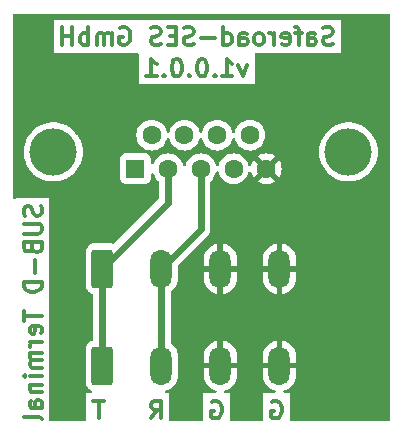
<source format=gbr>
%TF.GenerationSoftware,KiCad,Pcbnew,8.0.0-rc1-51-gba6979a274-dirty*%
%TF.CreationDate,2024-02-05T11:49:36+01:00*%
%TF.ProjectId,sub-d_terminal,7375622d-645f-4746-9572-6d696e616c2e,rev?*%
%TF.SameCoordinates,Original*%
%TF.FileFunction,Copper,L2,Bot*%
%TF.FilePolarity,Positive*%
%FSLAX46Y46*%
G04 Gerber Fmt 4.6, Leading zero omitted, Abs format (unit mm)*
G04 Created by KiCad (PCBNEW 8.0.0-rc1-51-gba6979a274-dirty) date 2024-02-05 11:49:36*
%MOMM*%
%LPD*%
G01*
G04 APERTURE LIST*
G04 Aperture macros list*
%AMRoundRect*
0 Rectangle with rounded corners*
0 $1 Rounding radius*
0 $2 $3 $4 $5 $6 $7 $8 $9 X,Y pos of 4 corners*
0 Add a 4 corners polygon primitive as box body*
4,1,4,$2,$3,$4,$5,$6,$7,$8,$9,$2,$3,0*
0 Add four circle primitives for the rounded corners*
1,1,$1+$1,$2,$3*
1,1,$1+$1,$4,$5*
1,1,$1+$1,$6,$7*
1,1,$1+$1,$8,$9*
0 Add four rect primitives between the rounded corners*
20,1,$1+$1,$2,$3,$4,$5,0*
20,1,$1+$1,$4,$5,$6,$7,0*
20,1,$1+$1,$6,$7,$8,$9,0*
20,1,$1+$1,$8,$9,$2,$3,0*%
G04 Aperture macros list end*
%ADD10C,0.300000*%
%TA.AperFunction,NonConductor*%
%ADD11C,0.300000*%
%TD*%
%TA.AperFunction,ComponentPad*%
%ADD12RoundRect,0.250000X-0.650000X-1.400000X0.650000X-1.400000X0.650000X1.400000X-0.650000X1.400000X0*%
%TD*%
%TA.AperFunction,ComponentPad*%
%ADD13O,1.800000X3.300000*%
%TD*%
%TA.AperFunction,ComponentPad*%
%ADD14C,4.000000*%
%TD*%
%TA.AperFunction,ComponentPad*%
%ADD15R,1.600000X1.600000*%
%TD*%
%TA.AperFunction,ComponentPad*%
%ADD16C,1.600000*%
%TD*%
%TA.AperFunction,Conductor*%
%ADD17C,0.600000*%
%TD*%
G04 APERTURE END LIST*
D10*
D11*
X101259774Y-104980828D02*
X100402632Y-104980828D01*
X100831203Y-106480828D02*
X100831203Y-104980828D01*
D10*
D11*
X110419774Y-105052257D02*
X110562632Y-104980828D01*
X110562632Y-104980828D02*
X110776917Y-104980828D01*
X110776917Y-104980828D02*
X110991203Y-105052257D01*
X110991203Y-105052257D02*
X111134060Y-105195114D01*
X111134060Y-105195114D02*
X111205489Y-105337971D01*
X111205489Y-105337971D02*
X111276917Y-105623685D01*
X111276917Y-105623685D02*
X111276917Y-105837971D01*
X111276917Y-105837971D02*
X111205489Y-106123685D01*
X111205489Y-106123685D02*
X111134060Y-106266542D01*
X111134060Y-106266542D02*
X110991203Y-106409400D01*
X110991203Y-106409400D02*
X110776917Y-106480828D01*
X110776917Y-106480828D02*
X110634060Y-106480828D01*
X110634060Y-106480828D02*
X110419774Y-106409400D01*
X110419774Y-106409400D02*
X110348346Y-106337971D01*
X110348346Y-106337971D02*
X110348346Y-105837971D01*
X110348346Y-105837971D02*
X110634060Y-105837971D01*
D10*
D11*
X115499774Y-105052257D02*
X115642632Y-104980828D01*
X115642632Y-104980828D02*
X115856917Y-104980828D01*
X115856917Y-104980828D02*
X116071203Y-105052257D01*
X116071203Y-105052257D02*
X116214060Y-105195114D01*
X116214060Y-105195114D02*
X116285489Y-105337971D01*
X116285489Y-105337971D02*
X116356917Y-105623685D01*
X116356917Y-105623685D02*
X116356917Y-105837971D01*
X116356917Y-105837971D02*
X116285489Y-106123685D01*
X116285489Y-106123685D02*
X116214060Y-106266542D01*
X116214060Y-106266542D02*
X116071203Y-106409400D01*
X116071203Y-106409400D02*
X115856917Y-106480828D01*
X115856917Y-106480828D02*
X115714060Y-106480828D01*
X115714060Y-106480828D02*
X115499774Y-106409400D01*
X115499774Y-106409400D02*
X115428346Y-106337971D01*
X115428346Y-106337971D02*
X115428346Y-105837971D01*
X115428346Y-105837971D02*
X115714060Y-105837971D01*
D10*
D11*
X95929400Y-88483082D02*
X96000828Y-88697368D01*
X96000828Y-88697368D02*
X96000828Y-89054510D01*
X96000828Y-89054510D02*
X95929400Y-89197368D01*
X95929400Y-89197368D02*
X95857971Y-89268796D01*
X95857971Y-89268796D02*
X95715114Y-89340225D01*
X95715114Y-89340225D02*
X95572257Y-89340225D01*
X95572257Y-89340225D02*
X95429400Y-89268796D01*
X95429400Y-89268796D02*
X95357971Y-89197368D01*
X95357971Y-89197368D02*
X95286542Y-89054510D01*
X95286542Y-89054510D02*
X95215114Y-88768796D01*
X95215114Y-88768796D02*
X95143685Y-88625939D01*
X95143685Y-88625939D02*
X95072257Y-88554510D01*
X95072257Y-88554510D02*
X94929400Y-88483082D01*
X94929400Y-88483082D02*
X94786542Y-88483082D01*
X94786542Y-88483082D02*
X94643685Y-88554510D01*
X94643685Y-88554510D02*
X94572257Y-88625939D01*
X94572257Y-88625939D02*
X94500828Y-88768796D01*
X94500828Y-88768796D02*
X94500828Y-89125939D01*
X94500828Y-89125939D02*
X94572257Y-89340225D01*
X94500828Y-89983081D02*
X95715114Y-89983081D01*
X95715114Y-89983081D02*
X95857971Y-90054510D01*
X95857971Y-90054510D02*
X95929400Y-90125939D01*
X95929400Y-90125939D02*
X96000828Y-90268796D01*
X96000828Y-90268796D02*
X96000828Y-90554510D01*
X96000828Y-90554510D02*
X95929400Y-90697367D01*
X95929400Y-90697367D02*
X95857971Y-90768796D01*
X95857971Y-90768796D02*
X95715114Y-90840224D01*
X95715114Y-90840224D02*
X94500828Y-90840224D01*
X95215114Y-92054510D02*
X95286542Y-92268796D01*
X95286542Y-92268796D02*
X95357971Y-92340225D01*
X95357971Y-92340225D02*
X95500828Y-92411653D01*
X95500828Y-92411653D02*
X95715114Y-92411653D01*
X95715114Y-92411653D02*
X95857971Y-92340225D01*
X95857971Y-92340225D02*
X95929400Y-92268796D01*
X95929400Y-92268796D02*
X96000828Y-92125939D01*
X96000828Y-92125939D02*
X96000828Y-91554510D01*
X96000828Y-91554510D02*
X94500828Y-91554510D01*
X94500828Y-91554510D02*
X94500828Y-92054510D01*
X94500828Y-92054510D02*
X94572257Y-92197368D01*
X94572257Y-92197368D02*
X94643685Y-92268796D01*
X94643685Y-92268796D02*
X94786542Y-92340225D01*
X94786542Y-92340225D02*
X94929400Y-92340225D01*
X94929400Y-92340225D02*
X95072257Y-92268796D01*
X95072257Y-92268796D02*
X95143685Y-92197368D01*
X95143685Y-92197368D02*
X95215114Y-92054510D01*
X95215114Y-92054510D02*
X95215114Y-91554510D01*
X95429400Y-93054510D02*
X95429400Y-94197368D01*
X96000828Y-94911653D02*
X94500828Y-94911653D01*
X94500828Y-94911653D02*
X94500828Y-95268796D01*
X94500828Y-95268796D02*
X94572257Y-95483082D01*
X94572257Y-95483082D02*
X94715114Y-95625939D01*
X94715114Y-95625939D02*
X94857971Y-95697368D01*
X94857971Y-95697368D02*
X95143685Y-95768796D01*
X95143685Y-95768796D02*
X95357971Y-95768796D01*
X95357971Y-95768796D02*
X95643685Y-95697368D01*
X95643685Y-95697368D02*
X95786542Y-95625939D01*
X95786542Y-95625939D02*
X95929400Y-95483082D01*
X95929400Y-95483082D02*
X96000828Y-95268796D01*
X96000828Y-95268796D02*
X96000828Y-94911653D01*
X94500828Y-97340225D02*
X94500828Y-98197368D01*
X96000828Y-97768796D02*
X94500828Y-97768796D01*
X95929400Y-99268796D02*
X96000828Y-99125939D01*
X96000828Y-99125939D02*
X96000828Y-98840225D01*
X96000828Y-98840225D02*
X95929400Y-98697367D01*
X95929400Y-98697367D02*
X95786542Y-98625939D01*
X95786542Y-98625939D02*
X95215114Y-98625939D01*
X95215114Y-98625939D02*
X95072257Y-98697367D01*
X95072257Y-98697367D02*
X95000828Y-98840225D01*
X95000828Y-98840225D02*
X95000828Y-99125939D01*
X95000828Y-99125939D02*
X95072257Y-99268796D01*
X95072257Y-99268796D02*
X95215114Y-99340225D01*
X95215114Y-99340225D02*
X95357971Y-99340225D01*
X95357971Y-99340225D02*
X95500828Y-98625939D01*
X96000828Y-99983081D02*
X95000828Y-99983081D01*
X95286542Y-99983081D02*
X95143685Y-100054510D01*
X95143685Y-100054510D02*
X95072257Y-100125939D01*
X95072257Y-100125939D02*
X95000828Y-100268796D01*
X95000828Y-100268796D02*
X95000828Y-100411653D01*
X96000828Y-100911652D02*
X95000828Y-100911652D01*
X95143685Y-100911652D02*
X95072257Y-100983081D01*
X95072257Y-100983081D02*
X95000828Y-101125938D01*
X95000828Y-101125938D02*
X95000828Y-101340224D01*
X95000828Y-101340224D02*
X95072257Y-101483081D01*
X95072257Y-101483081D02*
X95215114Y-101554510D01*
X95215114Y-101554510D02*
X96000828Y-101554510D01*
X95215114Y-101554510D02*
X95072257Y-101625938D01*
X95072257Y-101625938D02*
X95000828Y-101768795D01*
X95000828Y-101768795D02*
X95000828Y-101983081D01*
X95000828Y-101983081D02*
X95072257Y-102125938D01*
X95072257Y-102125938D02*
X95215114Y-102197367D01*
X95215114Y-102197367D02*
X96000828Y-102197367D01*
X96000828Y-102911652D02*
X95000828Y-102911652D01*
X94500828Y-102911652D02*
X94572257Y-102840224D01*
X94572257Y-102840224D02*
X94643685Y-102911652D01*
X94643685Y-102911652D02*
X94572257Y-102983081D01*
X94572257Y-102983081D02*
X94500828Y-102911652D01*
X94500828Y-102911652D02*
X94643685Y-102911652D01*
X95000828Y-103625938D02*
X96000828Y-103625938D01*
X95143685Y-103625938D02*
X95072257Y-103697367D01*
X95072257Y-103697367D02*
X95000828Y-103840224D01*
X95000828Y-103840224D02*
X95000828Y-104054510D01*
X95000828Y-104054510D02*
X95072257Y-104197367D01*
X95072257Y-104197367D02*
X95215114Y-104268796D01*
X95215114Y-104268796D02*
X96000828Y-104268796D01*
X96000828Y-105625939D02*
X95215114Y-105625939D01*
X95215114Y-105625939D02*
X95072257Y-105554510D01*
X95072257Y-105554510D02*
X95000828Y-105411653D01*
X95000828Y-105411653D02*
X95000828Y-105125939D01*
X95000828Y-105125939D02*
X95072257Y-104983081D01*
X95929400Y-105625939D02*
X96000828Y-105483081D01*
X96000828Y-105483081D02*
X96000828Y-105125939D01*
X96000828Y-105125939D02*
X95929400Y-104983081D01*
X95929400Y-104983081D02*
X95786542Y-104911653D01*
X95786542Y-104911653D02*
X95643685Y-104911653D01*
X95643685Y-104911653D02*
X95500828Y-104983081D01*
X95500828Y-104983081D02*
X95429400Y-105125939D01*
X95429400Y-105125939D02*
X95429400Y-105483081D01*
X95429400Y-105483081D02*
X95357971Y-105625939D01*
X96000828Y-106554510D02*
X95929400Y-106411653D01*
X95929400Y-106411653D02*
X95786542Y-106340224D01*
X95786542Y-106340224D02*
X94500828Y-106340224D01*
D10*
D11*
X105268346Y-106480828D02*
X105768346Y-105766542D01*
X106125489Y-106480828D02*
X106125489Y-104980828D01*
X106125489Y-104980828D02*
X105554060Y-104980828D01*
X105554060Y-104980828D02*
X105411203Y-105052257D01*
X105411203Y-105052257D02*
X105339774Y-105123685D01*
X105339774Y-105123685D02*
X105268346Y-105266542D01*
X105268346Y-105266542D02*
X105268346Y-105480828D01*
X105268346Y-105480828D02*
X105339774Y-105623685D01*
X105339774Y-105623685D02*
X105411203Y-105695114D01*
X105411203Y-105695114D02*
X105554060Y-105766542D01*
X105554060Y-105766542D02*
X106125489Y-105766542D01*
D10*
D11*
X113380346Y-76524828D02*
X113023203Y-77524828D01*
X113023203Y-77524828D02*
X112666060Y-76524828D01*
X111308917Y-77524828D02*
X112166060Y-77524828D01*
X111737489Y-77524828D02*
X111737489Y-76024828D01*
X111737489Y-76024828D02*
X111880346Y-76239114D01*
X111880346Y-76239114D02*
X112023203Y-76381971D01*
X112023203Y-76381971D02*
X112166060Y-76453400D01*
X110666061Y-77381971D02*
X110594632Y-77453400D01*
X110594632Y-77453400D02*
X110666061Y-77524828D01*
X110666061Y-77524828D02*
X110737489Y-77453400D01*
X110737489Y-77453400D02*
X110666061Y-77381971D01*
X110666061Y-77381971D02*
X110666061Y-77524828D01*
X109666060Y-76024828D02*
X109523203Y-76024828D01*
X109523203Y-76024828D02*
X109380346Y-76096257D01*
X109380346Y-76096257D02*
X109308918Y-76167685D01*
X109308918Y-76167685D02*
X109237489Y-76310542D01*
X109237489Y-76310542D02*
X109166060Y-76596257D01*
X109166060Y-76596257D02*
X109166060Y-76953400D01*
X109166060Y-76953400D02*
X109237489Y-77239114D01*
X109237489Y-77239114D02*
X109308918Y-77381971D01*
X109308918Y-77381971D02*
X109380346Y-77453400D01*
X109380346Y-77453400D02*
X109523203Y-77524828D01*
X109523203Y-77524828D02*
X109666060Y-77524828D01*
X109666060Y-77524828D02*
X109808918Y-77453400D01*
X109808918Y-77453400D02*
X109880346Y-77381971D01*
X109880346Y-77381971D02*
X109951775Y-77239114D01*
X109951775Y-77239114D02*
X110023203Y-76953400D01*
X110023203Y-76953400D02*
X110023203Y-76596257D01*
X110023203Y-76596257D02*
X109951775Y-76310542D01*
X109951775Y-76310542D02*
X109880346Y-76167685D01*
X109880346Y-76167685D02*
X109808918Y-76096257D01*
X109808918Y-76096257D02*
X109666060Y-76024828D01*
X108523204Y-77381971D02*
X108451775Y-77453400D01*
X108451775Y-77453400D02*
X108523204Y-77524828D01*
X108523204Y-77524828D02*
X108594632Y-77453400D01*
X108594632Y-77453400D02*
X108523204Y-77381971D01*
X108523204Y-77381971D02*
X108523204Y-77524828D01*
X107523203Y-76024828D02*
X107380346Y-76024828D01*
X107380346Y-76024828D02*
X107237489Y-76096257D01*
X107237489Y-76096257D02*
X107166061Y-76167685D01*
X107166061Y-76167685D02*
X107094632Y-76310542D01*
X107094632Y-76310542D02*
X107023203Y-76596257D01*
X107023203Y-76596257D02*
X107023203Y-76953400D01*
X107023203Y-76953400D02*
X107094632Y-77239114D01*
X107094632Y-77239114D02*
X107166061Y-77381971D01*
X107166061Y-77381971D02*
X107237489Y-77453400D01*
X107237489Y-77453400D02*
X107380346Y-77524828D01*
X107380346Y-77524828D02*
X107523203Y-77524828D01*
X107523203Y-77524828D02*
X107666061Y-77453400D01*
X107666061Y-77453400D02*
X107737489Y-77381971D01*
X107737489Y-77381971D02*
X107808918Y-77239114D01*
X107808918Y-77239114D02*
X107880346Y-76953400D01*
X107880346Y-76953400D02*
X107880346Y-76596257D01*
X107880346Y-76596257D02*
X107808918Y-76310542D01*
X107808918Y-76310542D02*
X107737489Y-76167685D01*
X107737489Y-76167685D02*
X107666061Y-76096257D01*
X107666061Y-76096257D02*
X107523203Y-76024828D01*
X106380347Y-77381971D02*
X106308918Y-77453400D01*
X106308918Y-77453400D02*
X106380347Y-77524828D01*
X106380347Y-77524828D02*
X106451775Y-77453400D01*
X106451775Y-77453400D02*
X106380347Y-77381971D01*
X106380347Y-77381971D02*
X106380347Y-77524828D01*
X104880346Y-77524828D02*
X105737489Y-77524828D01*
X105308918Y-77524828D02*
X105308918Y-76024828D01*
X105308918Y-76024828D02*
X105451775Y-76239114D01*
X105451775Y-76239114D02*
X105594632Y-76381971D01*
X105594632Y-76381971D02*
X105737489Y-76453400D01*
D10*
D11*
X120674917Y-74786400D02*
X120460632Y-74857828D01*
X120460632Y-74857828D02*
X120103489Y-74857828D01*
X120103489Y-74857828D02*
X119960632Y-74786400D01*
X119960632Y-74786400D02*
X119889203Y-74714971D01*
X119889203Y-74714971D02*
X119817774Y-74572114D01*
X119817774Y-74572114D02*
X119817774Y-74429257D01*
X119817774Y-74429257D02*
X119889203Y-74286400D01*
X119889203Y-74286400D02*
X119960632Y-74214971D01*
X119960632Y-74214971D02*
X120103489Y-74143542D01*
X120103489Y-74143542D02*
X120389203Y-74072114D01*
X120389203Y-74072114D02*
X120532060Y-74000685D01*
X120532060Y-74000685D02*
X120603489Y-73929257D01*
X120603489Y-73929257D02*
X120674917Y-73786400D01*
X120674917Y-73786400D02*
X120674917Y-73643542D01*
X120674917Y-73643542D02*
X120603489Y-73500685D01*
X120603489Y-73500685D02*
X120532060Y-73429257D01*
X120532060Y-73429257D02*
X120389203Y-73357828D01*
X120389203Y-73357828D02*
X120032060Y-73357828D01*
X120032060Y-73357828D02*
X119817774Y-73429257D01*
X118532061Y-74857828D02*
X118532061Y-74072114D01*
X118532061Y-74072114D02*
X118603489Y-73929257D01*
X118603489Y-73929257D02*
X118746346Y-73857828D01*
X118746346Y-73857828D02*
X119032061Y-73857828D01*
X119032061Y-73857828D02*
X119174918Y-73929257D01*
X118532061Y-74786400D02*
X118674918Y-74857828D01*
X118674918Y-74857828D02*
X119032061Y-74857828D01*
X119032061Y-74857828D02*
X119174918Y-74786400D01*
X119174918Y-74786400D02*
X119246346Y-74643542D01*
X119246346Y-74643542D02*
X119246346Y-74500685D01*
X119246346Y-74500685D02*
X119174918Y-74357828D01*
X119174918Y-74357828D02*
X119032061Y-74286400D01*
X119032061Y-74286400D02*
X118674918Y-74286400D01*
X118674918Y-74286400D02*
X118532061Y-74214971D01*
X118032060Y-73857828D02*
X117460632Y-73857828D01*
X117817775Y-74857828D02*
X117817775Y-73572114D01*
X117817775Y-73572114D02*
X117746346Y-73429257D01*
X117746346Y-73429257D02*
X117603489Y-73357828D01*
X117603489Y-73357828D02*
X117460632Y-73357828D01*
X116389203Y-74786400D02*
X116532060Y-74857828D01*
X116532060Y-74857828D02*
X116817775Y-74857828D01*
X116817775Y-74857828D02*
X116960632Y-74786400D01*
X116960632Y-74786400D02*
X117032060Y-74643542D01*
X117032060Y-74643542D02*
X117032060Y-74072114D01*
X117032060Y-74072114D02*
X116960632Y-73929257D01*
X116960632Y-73929257D02*
X116817775Y-73857828D01*
X116817775Y-73857828D02*
X116532060Y-73857828D01*
X116532060Y-73857828D02*
X116389203Y-73929257D01*
X116389203Y-73929257D02*
X116317775Y-74072114D01*
X116317775Y-74072114D02*
X116317775Y-74214971D01*
X116317775Y-74214971D02*
X117032060Y-74357828D01*
X115674918Y-74857828D02*
X115674918Y-73857828D01*
X115674918Y-74143542D02*
X115603489Y-74000685D01*
X115603489Y-74000685D02*
X115532061Y-73929257D01*
X115532061Y-73929257D02*
X115389203Y-73857828D01*
X115389203Y-73857828D02*
X115246346Y-73857828D01*
X114532061Y-74857828D02*
X114674918Y-74786400D01*
X114674918Y-74786400D02*
X114746347Y-74714971D01*
X114746347Y-74714971D02*
X114817775Y-74572114D01*
X114817775Y-74572114D02*
X114817775Y-74143542D01*
X114817775Y-74143542D02*
X114746347Y-74000685D01*
X114746347Y-74000685D02*
X114674918Y-73929257D01*
X114674918Y-73929257D02*
X114532061Y-73857828D01*
X114532061Y-73857828D02*
X114317775Y-73857828D01*
X114317775Y-73857828D02*
X114174918Y-73929257D01*
X114174918Y-73929257D02*
X114103490Y-74000685D01*
X114103490Y-74000685D02*
X114032061Y-74143542D01*
X114032061Y-74143542D02*
X114032061Y-74572114D01*
X114032061Y-74572114D02*
X114103490Y-74714971D01*
X114103490Y-74714971D02*
X114174918Y-74786400D01*
X114174918Y-74786400D02*
X114317775Y-74857828D01*
X114317775Y-74857828D02*
X114532061Y-74857828D01*
X112746347Y-74857828D02*
X112746347Y-74072114D01*
X112746347Y-74072114D02*
X112817775Y-73929257D01*
X112817775Y-73929257D02*
X112960632Y-73857828D01*
X112960632Y-73857828D02*
X113246347Y-73857828D01*
X113246347Y-73857828D02*
X113389204Y-73929257D01*
X112746347Y-74786400D02*
X112889204Y-74857828D01*
X112889204Y-74857828D02*
X113246347Y-74857828D01*
X113246347Y-74857828D02*
X113389204Y-74786400D01*
X113389204Y-74786400D02*
X113460632Y-74643542D01*
X113460632Y-74643542D02*
X113460632Y-74500685D01*
X113460632Y-74500685D02*
X113389204Y-74357828D01*
X113389204Y-74357828D02*
X113246347Y-74286400D01*
X113246347Y-74286400D02*
X112889204Y-74286400D01*
X112889204Y-74286400D02*
X112746347Y-74214971D01*
X111389204Y-74857828D02*
X111389204Y-73357828D01*
X111389204Y-74786400D02*
X111532061Y-74857828D01*
X111532061Y-74857828D02*
X111817775Y-74857828D01*
X111817775Y-74857828D02*
X111960632Y-74786400D01*
X111960632Y-74786400D02*
X112032061Y-74714971D01*
X112032061Y-74714971D02*
X112103489Y-74572114D01*
X112103489Y-74572114D02*
X112103489Y-74143542D01*
X112103489Y-74143542D02*
X112032061Y-74000685D01*
X112032061Y-74000685D02*
X111960632Y-73929257D01*
X111960632Y-73929257D02*
X111817775Y-73857828D01*
X111817775Y-73857828D02*
X111532061Y-73857828D01*
X111532061Y-73857828D02*
X111389204Y-73929257D01*
X110674918Y-74286400D02*
X109532061Y-74286400D01*
X108889203Y-74786400D02*
X108674918Y-74857828D01*
X108674918Y-74857828D02*
X108317775Y-74857828D01*
X108317775Y-74857828D02*
X108174918Y-74786400D01*
X108174918Y-74786400D02*
X108103489Y-74714971D01*
X108103489Y-74714971D02*
X108032060Y-74572114D01*
X108032060Y-74572114D02*
X108032060Y-74429257D01*
X108032060Y-74429257D02*
X108103489Y-74286400D01*
X108103489Y-74286400D02*
X108174918Y-74214971D01*
X108174918Y-74214971D02*
X108317775Y-74143542D01*
X108317775Y-74143542D02*
X108603489Y-74072114D01*
X108603489Y-74072114D02*
X108746346Y-74000685D01*
X108746346Y-74000685D02*
X108817775Y-73929257D01*
X108817775Y-73929257D02*
X108889203Y-73786400D01*
X108889203Y-73786400D02*
X108889203Y-73643542D01*
X108889203Y-73643542D02*
X108817775Y-73500685D01*
X108817775Y-73500685D02*
X108746346Y-73429257D01*
X108746346Y-73429257D02*
X108603489Y-73357828D01*
X108603489Y-73357828D02*
X108246346Y-73357828D01*
X108246346Y-73357828D02*
X108032060Y-73429257D01*
X107389204Y-74072114D02*
X106889204Y-74072114D01*
X106674918Y-74857828D02*
X107389204Y-74857828D01*
X107389204Y-74857828D02*
X107389204Y-73357828D01*
X107389204Y-73357828D02*
X106674918Y-73357828D01*
X106103489Y-74786400D02*
X105889204Y-74857828D01*
X105889204Y-74857828D02*
X105532061Y-74857828D01*
X105532061Y-74857828D02*
X105389204Y-74786400D01*
X105389204Y-74786400D02*
X105317775Y-74714971D01*
X105317775Y-74714971D02*
X105246346Y-74572114D01*
X105246346Y-74572114D02*
X105246346Y-74429257D01*
X105246346Y-74429257D02*
X105317775Y-74286400D01*
X105317775Y-74286400D02*
X105389204Y-74214971D01*
X105389204Y-74214971D02*
X105532061Y-74143542D01*
X105532061Y-74143542D02*
X105817775Y-74072114D01*
X105817775Y-74072114D02*
X105960632Y-74000685D01*
X105960632Y-74000685D02*
X106032061Y-73929257D01*
X106032061Y-73929257D02*
X106103489Y-73786400D01*
X106103489Y-73786400D02*
X106103489Y-73643542D01*
X106103489Y-73643542D02*
X106032061Y-73500685D01*
X106032061Y-73500685D02*
X105960632Y-73429257D01*
X105960632Y-73429257D02*
X105817775Y-73357828D01*
X105817775Y-73357828D02*
X105460632Y-73357828D01*
X105460632Y-73357828D02*
X105246346Y-73429257D01*
X102674918Y-73429257D02*
X102817776Y-73357828D01*
X102817776Y-73357828D02*
X103032061Y-73357828D01*
X103032061Y-73357828D02*
X103246347Y-73429257D01*
X103246347Y-73429257D02*
X103389204Y-73572114D01*
X103389204Y-73572114D02*
X103460633Y-73714971D01*
X103460633Y-73714971D02*
X103532061Y-74000685D01*
X103532061Y-74000685D02*
X103532061Y-74214971D01*
X103532061Y-74214971D02*
X103460633Y-74500685D01*
X103460633Y-74500685D02*
X103389204Y-74643542D01*
X103389204Y-74643542D02*
X103246347Y-74786400D01*
X103246347Y-74786400D02*
X103032061Y-74857828D01*
X103032061Y-74857828D02*
X102889204Y-74857828D01*
X102889204Y-74857828D02*
X102674918Y-74786400D01*
X102674918Y-74786400D02*
X102603490Y-74714971D01*
X102603490Y-74714971D02*
X102603490Y-74214971D01*
X102603490Y-74214971D02*
X102889204Y-74214971D01*
X101960633Y-74857828D02*
X101960633Y-73857828D01*
X101960633Y-74000685D02*
X101889204Y-73929257D01*
X101889204Y-73929257D02*
X101746347Y-73857828D01*
X101746347Y-73857828D02*
X101532061Y-73857828D01*
X101532061Y-73857828D02*
X101389204Y-73929257D01*
X101389204Y-73929257D02*
X101317776Y-74072114D01*
X101317776Y-74072114D02*
X101317776Y-74857828D01*
X101317776Y-74072114D02*
X101246347Y-73929257D01*
X101246347Y-73929257D02*
X101103490Y-73857828D01*
X101103490Y-73857828D02*
X100889204Y-73857828D01*
X100889204Y-73857828D02*
X100746347Y-73929257D01*
X100746347Y-73929257D02*
X100674918Y-74072114D01*
X100674918Y-74072114D02*
X100674918Y-74857828D01*
X99960633Y-74857828D02*
X99960633Y-73357828D01*
X99960633Y-73929257D02*
X99817776Y-73857828D01*
X99817776Y-73857828D02*
X99532061Y-73857828D01*
X99532061Y-73857828D02*
X99389204Y-73929257D01*
X99389204Y-73929257D02*
X99317776Y-74000685D01*
X99317776Y-74000685D02*
X99246347Y-74143542D01*
X99246347Y-74143542D02*
X99246347Y-74572114D01*
X99246347Y-74572114D02*
X99317776Y-74714971D01*
X99317776Y-74714971D02*
X99389204Y-74786400D01*
X99389204Y-74786400D02*
X99532061Y-74857828D01*
X99532061Y-74857828D02*
X99817776Y-74857828D01*
X99817776Y-74857828D02*
X99960633Y-74786400D01*
X98603490Y-74857828D02*
X98603490Y-73357828D01*
X98603490Y-74072114D02*
X97746347Y-74072114D01*
X97746347Y-74857828D02*
X97746347Y-73357828D01*
D12*
%TO.P,J2,1,Pin_1*%
%TO.N,Net-(J1-Pin_2)*%
X101150000Y-93795331D03*
X101150000Y-101995331D03*
D13*
%TO.P,J2,2,Pin_2*%
%TO.N,Net-(J1-Pin_3)*%
X106150000Y-93795331D03*
X106150000Y-101995331D03*
%TO.P,J2,3,Pin_3*%
%TO.N,GND*%
X111150000Y-93795331D03*
X111150000Y-101995331D03*
%TO.P,J2,4,Pin_4*%
X116150000Y-93795331D03*
X116150000Y-101995331D03*
%TD*%
D14*
%TO.P,J1,0*%
%TO.N,N/C*%
X121990000Y-83910331D03*
X96990000Y-83910331D03*
D15*
%TO.P,J1,1,Pin_1*%
%TO.N,unconnected-(J1-Pin_1-Pad1)*%
X103950000Y-85330331D03*
D16*
%TO.P,J1,2,Pin_2*%
%TO.N,Net-(J1-Pin_2)*%
X106720000Y-85330331D03*
%TO.P,J1,3,Pin_3*%
%TO.N,Net-(J1-Pin_3)*%
X109490000Y-85330331D03*
%TO.P,J1,4,Pin_4*%
%TO.N,unconnected-(J1-Pin_4-Pad4)*%
X112260000Y-85330331D03*
%TO.P,J1,5,Pin_5*%
%TO.N,GND*%
X115030000Y-85330331D03*
%TO.P,J1,6,Pin_6*%
%TO.N,unconnected-(J1-Pin_6-Pad6)*%
X105335000Y-82490331D03*
%TO.P,J1,7,Pin_7*%
%TO.N,unconnected-(J1-Pin_7-Pad7)*%
X108105000Y-82490331D03*
%TO.P,J1,8,Pin_8*%
%TO.N,unconnected-(J1-Pin_8-Pad8)*%
X110875000Y-82490331D03*
%TO.P,J1,9,Pin_9*%
%TO.N,unconnected-(J1-Pin_9-Pad9)*%
X113645000Y-82490331D03*
%TD*%
D17*
%TO.N,Net-(J1-Pin_2)*%
X101150000Y-101995331D02*
X101150000Y-93795331D01*
X106720000Y-85330331D02*
X106720000Y-88225331D01*
X106720000Y-88225331D02*
X101150000Y-93795331D01*
%TO.N,Net-(J1-Pin_3)*%
X109490000Y-90455331D02*
X106150000Y-93795331D01*
X106150000Y-101995331D02*
X106150000Y-93795331D01*
X109490000Y-85330331D02*
X109490000Y-90455331D01*
%TD*%
%TA.AperFunction,Conductor*%
%TO.N,GND*%
G36*
X125443039Y-72219685D02*
G01*
X125488794Y-72272489D01*
X125500000Y-72324000D01*
X125500000Y-106576000D01*
X125480315Y-106643039D01*
X125427511Y-106688794D01*
X125376000Y-106700000D01*
X117139121Y-106700000D01*
X117072082Y-106680315D01*
X117026327Y-106627511D01*
X117015121Y-106576000D01*
X117015121Y-104323603D01*
X116605979Y-104323603D01*
X116538940Y-104303918D01*
X116493185Y-104251114D01*
X116483241Y-104181956D01*
X116512266Y-104118400D01*
X116567661Y-104081672D01*
X116687410Y-104042763D01*
X116883760Y-103942717D01*
X117062041Y-103813188D01*
X117217857Y-103657372D01*
X117347386Y-103479091D01*
X117447432Y-103282741D01*
X117515526Y-103073166D01*
X117550000Y-102855512D01*
X117550000Y-102245331D01*
X116640748Y-102245331D01*
X116662518Y-102207623D01*
X116700000Y-102067740D01*
X116700000Y-101922922D01*
X116662518Y-101783039D01*
X116640748Y-101745331D01*
X117550000Y-101745331D01*
X117550000Y-101135149D01*
X117515526Y-100917495D01*
X117447432Y-100707920D01*
X117347386Y-100511570D01*
X117217857Y-100333289D01*
X117062041Y-100177473D01*
X116883760Y-100047944D01*
X116687410Y-99947898D01*
X116477836Y-99879804D01*
X116400000Y-99867475D01*
X116400000Y-101504583D01*
X116362292Y-101482813D01*
X116222409Y-101445331D01*
X116077591Y-101445331D01*
X115937708Y-101482813D01*
X115900000Y-101504583D01*
X115900000Y-99867475D01*
X115822164Y-99879804D01*
X115822161Y-99879804D01*
X115612589Y-99947898D01*
X115416239Y-100047944D01*
X115237958Y-100177473D01*
X115082142Y-100333289D01*
X114952613Y-100511570D01*
X114852567Y-100707920D01*
X114784473Y-100917495D01*
X114750000Y-101135149D01*
X114750000Y-101745331D01*
X115659252Y-101745331D01*
X115637482Y-101783039D01*
X115600000Y-101922922D01*
X115600000Y-102067740D01*
X115637482Y-102207623D01*
X115659252Y-102245331D01*
X114750000Y-102245331D01*
X114750000Y-102855512D01*
X114784473Y-103073166D01*
X114852567Y-103282741D01*
X114952613Y-103479091D01*
X115082142Y-103657372D01*
X115237958Y-103813188D01*
X115416239Y-103942717D01*
X115612589Y-104042763D01*
X115732339Y-104081672D01*
X115790014Y-104121109D01*
X115817213Y-104185468D01*
X115805299Y-104254314D01*
X115758055Y-104305790D01*
X115694021Y-104323603D01*
X114772846Y-104323603D01*
X114772846Y-106576000D01*
X114753161Y-106643039D01*
X114700357Y-106688794D01*
X114648846Y-106700000D01*
X112059121Y-106700000D01*
X111992082Y-106680315D01*
X111946327Y-106627511D01*
X111935121Y-106576000D01*
X111935121Y-104323603D01*
X111605979Y-104323603D01*
X111538940Y-104303918D01*
X111493185Y-104251114D01*
X111483241Y-104181956D01*
X111512266Y-104118400D01*
X111567661Y-104081672D01*
X111687410Y-104042763D01*
X111883760Y-103942717D01*
X112062041Y-103813188D01*
X112217857Y-103657372D01*
X112347386Y-103479091D01*
X112447432Y-103282741D01*
X112515526Y-103073166D01*
X112550000Y-102855512D01*
X112550000Y-102245331D01*
X111640748Y-102245331D01*
X111662518Y-102207623D01*
X111700000Y-102067740D01*
X111700000Y-101922922D01*
X111662518Y-101783039D01*
X111640748Y-101745331D01*
X112550000Y-101745331D01*
X112550000Y-101135149D01*
X112515526Y-100917495D01*
X112447432Y-100707920D01*
X112347386Y-100511570D01*
X112217857Y-100333289D01*
X112062041Y-100177473D01*
X111883760Y-100047944D01*
X111687410Y-99947898D01*
X111477836Y-99879804D01*
X111400000Y-99867475D01*
X111400000Y-101504583D01*
X111362292Y-101482813D01*
X111222409Y-101445331D01*
X111077591Y-101445331D01*
X110937708Y-101482813D01*
X110900000Y-101504583D01*
X110900000Y-99867475D01*
X110822164Y-99879804D01*
X110822161Y-99879804D01*
X110612589Y-99947898D01*
X110416239Y-100047944D01*
X110237958Y-100177473D01*
X110082142Y-100333289D01*
X109952613Y-100511570D01*
X109852567Y-100707920D01*
X109784473Y-100917495D01*
X109750000Y-101135149D01*
X109750000Y-101745331D01*
X110659252Y-101745331D01*
X110637482Y-101783039D01*
X110600000Y-101922922D01*
X110600000Y-102067740D01*
X110637482Y-102207623D01*
X110659252Y-102245331D01*
X109750000Y-102245331D01*
X109750000Y-102855512D01*
X109784473Y-103073166D01*
X109852567Y-103282741D01*
X109952613Y-103479091D01*
X110082142Y-103657372D01*
X110237958Y-103813188D01*
X110416239Y-103942717D01*
X110612589Y-104042763D01*
X110732339Y-104081672D01*
X110790014Y-104121109D01*
X110817213Y-104185468D01*
X110805299Y-104254314D01*
X110758055Y-104305790D01*
X110694021Y-104323603D01*
X109692846Y-104323603D01*
X109692846Y-106576000D01*
X109673161Y-106643039D01*
X109620357Y-106688794D01*
X109568846Y-106700000D01*
X106904989Y-106700000D01*
X106837950Y-106680315D01*
X106792195Y-106627511D01*
X106780989Y-106576000D01*
X106780989Y-104323603D01*
X106607599Y-104323603D01*
X106540560Y-104303918D01*
X106494805Y-104251114D01*
X106484861Y-104181956D01*
X106513886Y-104118400D01*
X106569281Y-104081672D01*
X106687603Y-104043227D01*
X106687606Y-104043226D01*
X106688515Y-104042763D01*
X106884022Y-103943146D01*
X107062365Y-103813573D01*
X107218242Y-103657696D01*
X107347815Y-103479353D01*
X107447895Y-103282937D01*
X107516015Y-103073282D01*
X107550500Y-102855553D01*
X107550500Y-101135109D01*
X107516015Y-100917380D01*
X107481955Y-100812552D01*
X107447896Y-100707727D01*
X107447895Y-100707724D01*
X107365149Y-100545329D01*
X107347815Y-100511309D01*
X107297848Y-100442535D01*
X107218247Y-100332972D01*
X107218243Y-100332967D01*
X107062364Y-100177088D01*
X107001613Y-100132949D01*
X106958948Y-100077618D01*
X106950500Y-100032632D01*
X106950500Y-95758028D01*
X106970185Y-95690989D01*
X107001616Y-95657709D01*
X107062361Y-95613576D01*
X107062361Y-95613575D01*
X107062365Y-95613573D01*
X107218242Y-95457696D01*
X107347815Y-95279353D01*
X107447895Y-95082937D01*
X107516015Y-94873282D01*
X107550500Y-94655553D01*
X107550500Y-94655512D01*
X109750000Y-94655512D01*
X109784473Y-94873166D01*
X109852567Y-95082741D01*
X109952613Y-95279091D01*
X110082142Y-95457372D01*
X110237958Y-95613188D01*
X110416239Y-95742717D01*
X110612589Y-95842763D01*
X110822163Y-95910857D01*
X110899999Y-95923185D01*
X110900000Y-95923185D01*
X110900000Y-94286078D01*
X110937708Y-94307849D01*
X111077591Y-94345331D01*
X111222409Y-94345331D01*
X111362292Y-94307849D01*
X111400000Y-94286078D01*
X111400000Y-95923185D01*
X111477834Y-95910857D01*
X111477837Y-95910857D01*
X111687410Y-95842763D01*
X111883760Y-95742717D01*
X112062041Y-95613188D01*
X112217857Y-95457372D01*
X112347386Y-95279091D01*
X112447432Y-95082741D01*
X112515526Y-94873166D01*
X112550000Y-94655512D01*
X114750000Y-94655512D01*
X114784473Y-94873166D01*
X114852567Y-95082741D01*
X114952613Y-95279091D01*
X115082142Y-95457372D01*
X115237958Y-95613188D01*
X115416239Y-95742717D01*
X115612589Y-95842763D01*
X115822163Y-95910857D01*
X115899999Y-95923185D01*
X115900000Y-95923185D01*
X115900000Y-94286078D01*
X115937708Y-94307849D01*
X116077591Y-94345331D01*
X116222409Y-94345331D01*
X116362292Y-94307849D01*
X116400000Y-94286078D01*
X116400000Y-95923185D01*
X116477834Y-95910857D01*
X116477837Y-95910857D01*
X116687410Y-95842763D01*
X116883760Y-95742717D01*
X117062041Y-95613188D01*
X117217857Y-95457372D01*
X117347386Y-95279091D01*
X117447432Y-95082741D01*
X117515526Y-94873166D01*
X117550000Y-94655512D01*
X117550000Y-94045331D01*
X116640748Y-94045331D01*
X116662518Y-94007623D01*
X116700000Y-93867740D01*
X116700000Y-93722922D01*
X116662518Y-93583039D01*
X116640748Y-93545331D01*
X117550000Y-93545331D01*
X117550000Y-92935149D01*
X117515526Y-92717495D01*
X117447432Y-92507920D01*
X117347386Y-92311570D01*
X117217857Y-92133289D01*
X117062041Y-91977473D01*
X116883760Y-91847944D01*
X116687410Y-91747898D01*
X116477836Y-91679804D01*
X116400000Y-91667475D01*
X116400000Y-93304583D01*
X116362292Y-93282813D01*
X116222409Y-93245331D01*
X116077591Y-93245331D01*
X115937708Y-93282813D01*
X115900000Y-93304583D01*
X115900000Y-91667475D01*
X115822164Y-91679804D01*
X115822161Y-91679804D01*
X115612589Y-91747898D01*
X115416239Y-91847944D01*
X115237958Y-91977473D01*
X115082142Y-92133289D01*
X114952613Y-92311570D01*
X114852567Y-92507920D01*
X114784473Y-92717495D01*
X114750000Y-92935149D01*
X114750000Y-93545331D01*
X115659252Y-93545331D01*
X115637482Y-93583039D01*
X115600000Y-93722922D01*
X115600000Y-93867740D01*
X115637482Y-94007623D01*
X115659252Y-94045331D01*
X114750000Y-94045331D01*
X114750000Y-94655512D01*
X112550000Y-94655512D01*
X112550000Y-94045331D01*
X111640748Y-94045331D01*
X111662518Y-94007623D01*
X111700000Y-93867740D01*
X111700000Y-93722922D01*
X111662518Y-93583039D01*
X111640748Y-93545331D01*
X112550000Y-93545331D01*
X112550000Y-92935149D01*
X112515526Y-92717495D01*
X112447432Y-92507920D01*
X112347386Y-92311570D01*
X112217857Y-92133289D01*
X112062041Y-91977473D01*
X111883760Y-91847944D01*
X111687410Y-91747898D01*
X111477836Y-91679804D01*
X111400000Y-91667475D01*
X111400000Y-93304583D01*
X111362292Y-93282813D01*
X111222409Y-93245331D01*
X111077591Y-93245331D01*
X110937708Y-93282813D01*
X110900000Y-93304583D01*
X110900000Y-91667475D01*
X110822164Y-91679804D01*
X110822161Y-91679804D01*
X110612589Y-91747898D01*
X110416239Y-91847944D01*
X110237958Y-91977473D01*
X110082142Y-92133289D01*
X109952613Y-92311570D01*
X109852567Y-92507920D01*
X109784473Y-92717495D01*
X109750000Y-92935149D01*
X109750000Y-93545331D01*
X110659252Y-93545331D01*
X110637482Y-93583039D01*
X110600000Y-93722922D01*
X110600000Y-93867740D01*
X110637482Y-94007623D01*
X110659252Y-94045331D01*
X109750000Y-94045331D01*
X109750000Y-94655512D01*
X107550500Y-94655512D01*
X107550500Y-93578269D01*
X107570185Y-93511230D01*
X107586814Y-93490593D01*
X110000286Y-91077121D01*
X110000289Y-91077120D01*
X110111789Y-90965620D01*
X110199394Y-90834510D01*
X110259737Y-90688828D01*
X110290500Y-90534173D01*
X110290500Y-86420380D01*
X110310185Y-86353341D01*
X110326819Y-86332699D01*
X110490045Y-86169472D01*
X110490047Y-86169470D01*
X110620568Y-85983065D01*
X110716739Y-85776827D01*
X110755225Y-85633193D01*
X110791590Y-85573533D01*
X110854437Y-85543004D01*
X110923812Y-85551299D01*
X110977690Y-85595784D01*
X110994775Y-85633194D01*
X111033258Y-85776819D01*
X111033261Y-85776828D01*
X111129431Y-85983063D01*
X111129432Y-85983065D01*
X111259954Y-86169472D01*
X111420858Y-86330376D01*
X111420861Y-86330378D01*
X111607266Y-86460899D01*
X111813504Y-86557070D01*
X112033308Y-86615966D01*
X112195230Y-86630132D01*
X112259998Y-86635799D01*
X112260000Y-86635799D01*
X112260002Y-86635799D01*
X112316807Y-86630829D01*
X112486692Y-86615966D01*
X112706496Y-86557070D01*
X112912734Y-86460899D01*
X113099139Y-86330378D01*
X113260047Y-86169470D01*
X113390568Y-85983065D01*
X113486739Y-85776827D01*
X113525484Y-85632226D01*
X113561847Y-85572569D01*
X113624694Y-85542039D01*
X113694070Y-85550333D01*
X113747948Y-85594818D01*
X113765033Y-85632228D01*
X113803731Y-85776650D01*
X113803735Y-85776662D01*
X113899863Y-85982809D01*
X113950974Y-86055803D01*
X114547037Y-85459740D01*
X114564075Y-85523324D01*
X114629901Y-85637338D01*
X114722993Y-85730430D01*
X114837007Y-85796256D01*
X114900590Y-85813293D01*
X114304526Y-86409356D01*
X114377513Y-86460463D01*
X114377521Y-86460467D01*
X114583668Y-86556595D01*
X114583682Y-86556600D01*
X114803389Y-86615470D01*
X114803400Y-86615472D01*
X115029998Y-86635297D01*
X115030002Y-86635297D01*
X115256599Y-86615472D01*
X115256610Y-86615470D01*
X115476317Y-86556600D01*
X115476331Y-86556595D01*
X115682478Y-86460467D01*
X115755471Y-86409355D01*
X115159409Y-85813293D01*
X115222993Y-85796256D01*
X115337007Y-85730430D01*
X115430099Y-85637338D01*
X115495925Y-85523324D01*
X115512962Y-85459740D01*
X116109024Y-86055802D01*
X116160136Y-85982809D01*
X116256264Y-85776662D01*
X116256269Y-85776648D01*
X116315139Y-85556941D01*
X116315141Y-85556930D01*
X116334966Y-85330333D01*
X116334966Y-85330328D01*
X116315141Y-85103731D01*
X116315139Y-85103720D01*
X116256269Y-84884013D01*
X116256264Y-84883999D01*
X116160136Y-84677852D01*
X116160132Y-84677844D01*
X116109025Y-84604857D01*
X115512962Y-85200920D01*
X115495925Y-85137338D01*
X115430099Y-85023324D01*
X115337007Y-84930232D01*
X115222993Y-84864406D01*
X115159410Y-84847368D01*
X115755472Y-84251305D01*
X115682478Y-84200194D01*
X115476331Y-84104066D01*
X115476317Y-84104061D01*
X115256610Y-84045191D01*
X115256599Y-84045189D01*
X115030002Y-84025365D01*
X115029998Y-84025365D01*
X114803400Y-84045189D01*
X114803389Y-84045191D01*
X114583682Y-84104061D01*
X114583673Y-84104065D01*
X114377516Y-84200197D01*
X114377512Y-84200199D01*
X114304526Y-84251304D01*
X114304526Y-84251305D01*
X114900590Y-84847368D01*
X114837007Y-84864406D01*
X114722993Y-84930232D01*
X114629901Y-85023324D01*
X114564075Y-85137338D01*
X114547037Y-85200920D01*
X113950974Y-84604857D01*
X113950973Y-84604857D01*
X113899868Y-84677843D01*
X113899866Y-84677847D01*
X113803734Y-84884004D01*
X113803731Y-84884011D01*
X113765033Y-85028433D01*
X113728667Y-85088093D01*
X113665820Y-85118622D01*
X113596445Y-85110327D01*
X113542567Y-85065841D01*
X113525484Y-85028434D01*
X113486739Y-84883835D01*
X113390568Y-84677597D01*
X113260047Y-84491192D01*
X113260045Y-84491189D01*
X113099141Y-84330285D01*
X112912734Y-84199763D01*
X112912732Y-84199762D01*
X112706497Y-84103592D01*
X112706488Y-84103589D01*
X112486697Y-84044697D01*
X112486693Y-84044696D01*
X112486692Y-84044696D01*
X112486691Y-84044695D01*
X112486686Y-84044695D01*
X112260002Y-84024863D01*
X112259998Y-84024863D01*
X112033313Y-84044695D01*
X112033302Y-84044697D01*
X111813511Y-84103589D01*
X111813502Y-84103592D01*
X111607267Y-84199762D01*
X111607265Y-84199763D01*
X111420858Y-84330285D01*
X111259954Y-84491189D01*
X111129432Y-84677596D01*
X111129431Y-84677598D01*
X111033261Y-84883833D01*
X111033258Y-84883842D01*
X110994775Y-85027467D01*
X110958410Y-85087128D01*
X110895563Y-85117657D01*
X110826188Y-85109362D01*
X110772310Y-85064877D01*
X110755225Y-85027467D01*
X110716741Y-84883842D01*
X110716738Y-84883833D01*
X110701375Y-84850888D01*
X110620568Y-84677597D01*
X110490047Y-84491192D01*
X110490045Y-84491189D01*
X110329141Y-84330285D01*
X110142734Y-84199763D01*
X110142732Y-84199762D01*
X109936497Y-84103592D01*
X109936488Y-84103589D01*
X109716697Y-84044697D01*
X109716693Y-84044696D01*
X109716692Y-84044696D01*
X109716691Y-84044695D01*
X109716686Y-84044695D01*
X109490002Y-84024863D01*
X109489998Y-84024863D01*
X109263313Y-84044695D01*
X109263302Y-84044697D01*
X109043511Y-84103589D01*
X109043502Y-84103592D01*
X108837267Y-84199762D01*
X108837265Y-84199763D01*
X108650858Y-84330285D01*
X108489954Y-84491189D01*
X108359432Y-84677596D01*
X108359431Y-84677598D01*
X108263261Y-84883833D01*
X108263258Y-84883842D01*
X108224775Y-85027467D01*
X108188410Y-85087128D01*
X108125563Y-85117657D01*
X108056188Y-85109362D01*
X108002310Y-85064877D01*
X107985225Y-85027467D01*
X107946741Y-84883842D01*
X107946738Y-84883833D01*
X107931375Y-84850888D01*
X107850568Y-84677597D01*
X107720047Y-84491192D01*
X107720045Y-84491189D01*
X107559141Y-84330285D01*
X107372734Y-84199763D01*
X107372732Y-84199762D01*
X107166497Y-84103592D01*
X107166488Y-84103589D01*
X106946697Y-84044697D01*
X106946693Y-84044696D01*
X106946692Y-84044696D01*
X106946691Y-84044695D01*
X106946686Y-84044695D01*
X106720002Y-84024863D01*
X106719998Y-84024863D01*
X106493313Y-84044695D01*
X106493302Y-84044697D01*
X106273511Y-84103589D01*
X106273502Y-84103592D01*
X106067267Y-84199762D01*
X106067265Y-84199763D01*
X105880858Y-84330285D01*
X105719954Y-84491189D01*
X105589432Y-84677596D01*
X105589431Y-84677598D01*
X105493261Y-84883833D01*
X105491407Y-84888929D01*
X105489329Y-84888172D01*
X105457892Y-84939728D01*
X105395040Y-84970246D01*
X105325666Y-84961939D01*
X105271796Y-84917444D01*
X105250534Y-84850888D01*
X105250499Y-84847959D01*
X105250499Y-84482460D01*
X105250498Y-84482454D01*
X105250497Y-84482447D01*
X105244091Y-84422848D01*
X105209567Y-84330285D01*
X105193797Y-84288002D01*
X105193793Y-84287995D01*
X105107547Y-84172786D01*
X105107544Y-84172783D01*
X104992335Y-84086537D01*
X104992328Y-84086533D01*
X104857482Y-84036239D01*
X104857483Y-84036239D01*
X104797883Y-84029832D01*
X104797881Y-84029831D01*
X104797873Y-84029831D01*
X104797864Y-84029831D01*
X103102129Y-84029831D01*
X103102123Y-84029832D01*
X103042516Y-84036239D01*
X102907671Y-84086533D01*
X102907664Y-84086537D01*
X102792455Y-84172783D01*
X102792452Y-84172786D01*
X102706206Y-84287995D01*
X102706202Y-84288002D01*
X102655908Y-84422848D01*
X102649501Y-84482447D01*
X102649501Y-84482454D01*
X102649500Y-84482466D01*
X102649500Y-86178201D01*
X102649501Y-86178207D01*
X102655908Y-86237814D01*
X102706202Y-86372659D01*
X102706206Y-86372666D01*
X102792452Y-86487875D01*
X102792455Y-86487878D01*
X102907664Y-86574124D01*
X102907671Y-86574128D01*
X103042517Y-86624422D01*
X103042516Y-86624422D01*
X103049444Y-86625166D01*
X103102127Y-86630831D01*
X104797872Y-86630830D01*
X104857483Y-86624422D01*
X104992331Y-86574127D01*
X105107546Y-86487877D01*
X105193796Y-86372662D01*
X105244091Y-86237814D01*
X105250500Y-86178204D01*
X105250499Y-85812701D01*
X105270183Y-85745665D01*
X105322987Y-85699910D01*
X105392146Y-85689966D01*
X105455701Y-85718991D01*
X105489940Y-85772267D01*
X105491407Y-85771733D01*
X105493261Y-85776828D01*
X105589431Y-85983063D01*
X105589432Y-85983065D01*
X105719954Y-86169472D01*
X105883181Y-86332699D01*
X105916666Y-86394022D01*
X105919500Y-86420380D01*
X105919500Y-87842390D01*
X105899815Y-87909429D01*
X105883181Y-87930071D01*
X102160949Y-91652302D01*
X102099626Y-91685787D01*
X102034264Y-91682327D01*
X101952798Y-91655332D01*
X101850010Y-91644831D01*
X100449998Y-91644831D01*
X100449981Y-91644832D01*
X100347203Y-91655331D01*
X100347200Y-91655332D01*
X100180668Y-91710516D01*
X100180663Y-91710518D01*
X100031342Y-91802620D01*
X99907289Y-91926673D01*
X99815187Y-92075994D01*
X99815186Y-92075997D01*
X99760001Y-92242534D01*
X99760001Y-92242535D01*
X99760000Y-92242535D01*
X99749500Y-92345314D01*
X99749500Y-95245332D01*
X99749501Y-95245349D01*
X99760000Y-95348127D01*
X99760001Y-95348130D01*
X99796308Y-95457696D01*
X99815186Y-95514665D01*
X99907288Y-95663987D01*
X100031344Y-95788043D01*
X100180666Y-95880145D01*
X100264505Y-95907926D01*
X100321948Y-95947697D01*
X100348772Y-96012213D01*
X100349500Y-96025631D01*
X100349500Y-99765030D01*
X100329815Y-99832069D01*
X100277011Y-99877824D01*
X100264507Y-99882734D01*
X100231962Y-99893519D01*
X100180668Y-99910516D01*
X100180663Y-99910518D01*
X100031342Y-100002620D01*
X99907289Y-100126673D01*
X99815187Y-100275994D01*
X99815186Y-100275997D01*
X99760001Y-100442534D01*
X99760001Y-100442535D01*
X99760000Y-100442535D01*
X99749500Y-100545314D01*
X99749500Y-103445332D01*
X99749501Y-103445349D01*
X99760000Y-103548127D01*
X99760001Y-103548130D01*
X99796308Y-103657696D01*
X99815186Y-103714665D01*
X99907288Y-103863987D01*
X100031344Y-103988043D01*
X100180666Y-104080145D01*
X100191162Y-104083623D01*
X100248605Y-104123395D01*
X100275428Y-104187911D01*
X100263113Y-104256687D01*
X100215570Y-104307887D01*
X100152156Y-104325328D01*
X99747132Y-104325328D01*
X99747132Y-106576000D01*
X99727447Y-106643039D01*
X99674643Y-106688794D01*
X99623132Y-106700000D01*
X96782053Y-106700000D01*
X96715014Y-106680315D01*
X96669259Y-106627511D01*
X96658053Y-106576000D01*
X96658053Y-87825857D01*
X93843603Y-87825857D01*
X93811681Y-87857779D01*
X93750358Y-87891264D01*
X93680666Y-87886280D01*
X93624733Y-87844408D01*
X93600316Y-87778944D01*
X93600000Y-87770098D01*
X93600000Y-83910336D01*
X94484556Y-83910336D01*
X94504310Y-84224335D01*
X94504311Y-84224342D01*
X94516455Y-84288002D01*
X94553549Y-84482458D01*
X94563270Y-84533414D01*
X94660497Y-84832647D01*
X94660499Y-84832652D01*
X94794461Y-85117334D01*
X94794464Y-85117340D01*
X94963051Y-85382992D01*
X94963054Y-85382996D01*
X95163606Y-85625421D01*
X95163608Y-85625423D01*
X95163610Y-85625425D01*
X95319981Y-85772267D01*
X95392968Y-85840807D01*
X95392978Y-85840815D01*
X95647504Y-86025739D01*
X95647509Y-86025741D01*
X95647516Y-86025747D01*
X95923234Y-86177325D01*
X95923239Y-86177327D01*
X95923241Y-86177328D01*
X95923242Y-86177329D01*
X96215771Y-86293149D01*
X96215774Y-86293150D01*
X96466141Y-86357433D01*
X96520527Y-86371397D01*
X96586010Y-86379669D01*
X96832670Y-86410830D01*
X96832679Y-86410830D01*
X96832682Y-86410831D01*
X96832684Y-86410831D01*
X97147316Y-86410831D01*
X97147318Y-86410831D01*
X97147321Y-86410830D01*
X97147329Y-86410830D01*
X97333593Y-86387299D01*
X97459473Y-86371397D01*
X97764225Y-86293150D01*
X97764228Y-86293149D01*
X98056757Y-86177329D01*
X98056758Y-86177328D01*
X98056756Y-86177328D01*
X98056766Y-86177325D01*
X98332484Y-86025747D01*
X98587030Y-85840809D01*
X98816390Y-85625425D01*
X99016947Y-85382994D01*
X99185537Y-85117338D01*
X99319503Y-84832646D01*
X99416731Y-84533410D01*
X99475688Y-84224346D01*
X99477207Y-84200199D01*
X99495444Y-83910336D01*
X119484556Y-83910336D01*
X119504310Y-84224335D01*
X119504311Y-84224342D01*
X119516455Y-84288002D01*
X119553549Y-84482458D01*
X119563270Y-84533414D01*
X119660497Y-84832647D01*
X119660499Y-84832652D01*
X119794461Y-85117334D01*
X119794464Y-85117340D01*
X119963051Y-85382992D01*
X119963054Y-85382996D01*
X120163606Y-85625421D01*
X120163608Y-85625423D01*
X120163610Y-85625425D01*
X120319981Y-85772267D01*
X120392968Y-85840807D01*
X120392978Y-85840815D01*
X120647504Y-86025739D01*
X120647509Y-86025741D01*
X120647516Y-86025747D01*
X120923234Y-86177325D01*
X120923239Y-86177327D01*
X120923241Y-86177328D01*
X120923242Y-86177329D01*
X121215771Y-86293149D01*
X121215774Y-86293150D01*
X121466141Y-86357433D01*
X121520527Y-86371397D01*
X121586010Y-86379669D01*
X121832670Y-86410830D01*
X121832679Y-86410830D01*
X121832682Y-86410831D01*
X121832684Y-86410831D01*
X122147316Y-86410831D01*
X122147318Y-86410831D01*
X122147321Y-86410830D01*
X122147329Y-86410830D01*
X122333593Y-86387299D01*
X122459473Y-86371397D01*
X122764225Y-86293150D01*
X122764228Y-86293149D01*
X123056757Y-86177329D01*
X123056758Y-86177328D01*
X123056756Y-86177328D01*
X123056766Y-86177325D01*
X123332484Y-86025747D01*
X123587030Y-85840809D01*
X123816390Y-85625425D01*
X124016947Y-85382994D01*
X124185537Y-85117338D01*
X124319503Y-84832646D01*
X124416731Y-84533410D01*
X124475688Y-84224346D01*
X124477207Y-84200199D01*
X124495444Y-83910336D01*
X124495444Y-83910325D01*
X124475689Y-83596326D01*
X124475688Y-83596319D01*
X124475688Y-83596316D01*
X124416731Y-83287252D01*
X124319503Y-82988016D01*
X124185537Y-82703324D01*
X124016947Y-82437668D01*
X123877712Y-82269362D01*
X123816393Y-82195240D01*
X123816391Y-82195238D01*
X123587031Y-81979854D01*
X123587021Y-81979846D01*
X123332495Y-81794922D01*
X123332488Y-81794917D01*
X123332484Y-81794915D01*
X123056766Y-81643337D01*
X123056763Y-81643335D01*
X123056758Y-81643333D01*
X123056757Y-81643332D01*
X122764228Y-81527512D01*
X122764225Y-81527511D01*
X122459476Y-81449265D01*
X122459463Y-81449263D01*
X122147329Y-81409831D01*
X122147318Y-81409831D01*
X121832682Y-81409831D01*
X121832670Y-81409831D01*
X121520536Y-81449263D01*
X121520523Y-81449265D01*
X121215774Y-81527511D01*
X121215771Y-81527512D01*
X120923242Y-81643332D01*
X120923241Y-81643333D01*
X120647516Y-81794915D01*
X120647504Y-81794922D01*
X120392978Y-81979846D01*
X120392968Y-81979854D01*
X120163608Y-82195238D01*
X120163606Y-82195240D01*
X119963054Y-82437665D01*
X119963051Y-82437669D01*
X119794464Y-82703321D01*
X119794461Y-82703327D01*
X119660499Y-82988009D01*
X119660497Y-82988014D01*
X119563270Y-83287247D01*
X119504311Y-83596319D01*
X119504310Y-83596326D01*
X119484556Y-83910325D01*
X119484556Y-83910336D01*
X99495444Y-83910336D01*
X99495444Y-83910325D01*
X99475689Y-83596326D01*
X99475688Y-83596319D01*
X99475688Y-83596316D01*
X99416731Y-83287252D01*
X99319503Y-82988016D01*
X99185537Y-82703324D01*
X99050369Y-82490332D01*
X104029532Y-82490332D01*
X104049364Y-82717017D01*
X104049366Y-82717028D01*
X104108258Y-82936819D01*
X104108261Y-82936828D01*
X104204431Y-83143063D01*
X104204432Y-83143065D01*
X104334954Y-83329472D01*
X104495858Y-83490376D01*
X104495861Y-83490378D01*
X104682266Y-83620899D01*
X104888504Y-83717070D01*
X105108308Y-83775966D01*
X105270230Y-83790132D01*
X105334998Y-83795799D01*
X105335000Y-83795799D01*
X105335002Y-83795799D01*
X105391673Y-83790840D01*
X105561692Y-83775966D01*
X105781496Y-83717070D01*
X105987734Y-83620899D01*
X106174139Y-83490378D01*
X106335047Y-83329470D01*
X106465568Y-83143065D01*
X106561739Y-82936827D01*
X106600225Y-82793193D01*
X106636590Y-82733533D01*
X106699437Y-82703004D01*
X106768812Y-82711299D01*
X106822690Y-82755784D01*
X106839775Y-82793194D01*
X106878258Y-82936819D01*
X106878261Y-82936828D01*
X106974431Y-83143063D01*
X106974432Y-83143065D01*
X107104954Y-83329472D01*
X107265858Y-83490376D01*
X107265861Y-83490378D01*
X107452266Y-83620899D01*
X107658504Y-83717070D01*
X107878308Y-83775966D01*
X108040230Y-83790132D01*
X108104998Y-83795799D01*
X108105000Y-83795799D01*
X108105002Y-83795799D01*
X108161673Y-83790840D01*
X108331692Y-83775966D01*
X108551496Y-83717070D01*
X108757734Y-83620899D01*
X108944139Y-83490378D01*
X109105047Y-83329470D01*
X109235568Y-83143065D01*
X109331739Y-82936827D01*
X109370225Y-82793193D01*
X109406590Y-82733533D01*
X109469437Y-82703004D01*
X109538812Y-82711299D01*
X109592690Y-82755784D01*
X109609775Y-82793194D01*
X109648258Y-82936819D01*
X109648261Y-82936828D01*
X109744431Y-83143063D01*
X109744432Y-83143065D01*
X109874954Y-83329472D01*
X110035858Y-83490376D01*
X110035861Y-83490378D01*
X110222266Y-83620899D01*
X110428504Y-83717070D01*
X110648308Y-83775966D01*
X110810230Y-83790132D01*
X110874998Y-83795799D01*
X110875000Y-83795799D01*
X110875002Y-83795799D01*
X110931673Y-83790840D01*
X111101692Y-83775966D01*
X111321496Y-83717070D01*
X111527734Y-83620899D01*
X111714139Y-83490378D01*
X111875047Y-83329470D01*
X112005568Y-83143065D01*
X112101739Y-82936827D01*
X112140225Y-82793193D01*
X112176590Y-82733533D01*
X112239437Y-82703004D01*
X112308812Y-82711299D01*
X112362690Y-82755784D01*
X112379775Y-82793194D01*
X112418258Y-82936819D01*
X112418261Y-82936828D01*
X112514431Y-83143063D01*
X112514432Y-83143065D01*
X112644954Y-83329472D01*
X112805858Y-83490376D01*
X112805861Y-83490378D01*
X112992266Y-83620899D01*
X113198504Y-83717070D01*
X113418308Y-83775966D01*
X113580230Y-83790132D01*
X113644998Y-83795799D01*
X113645000Y-83795799D01*
X113645002Y-83795799D01*
X113701673Y-83790840D01*
X113871692Y-83775966D01*
X114091496Y-83717070D01*
X114297734Y-83620899D01*
X114484139Y-83490378D01*
X114645047Y-83329470D01*
X114775568Y-83143065D01*
X114871739Y-82936827D01*
X114930635Y-82717023D01*
X114950468Y-82490331D01*
X114930635Y-82263639D01*
X114871739Y-82043835D01*
X114775568Y-81837597D01*
X114645047Y-81651192D01*
X114645045Y-81651189D01*
X114484141Y-81490285D01*
X114297734Y-81359763D01*
X114297732Y-81359762D01*
X114091497Y-81263592D01*
X114091488Y-81263589D01*
X113871697Y-81204697D01*
X113871693Y-81204696D01*
X113871692Y-81204696D01*
X113871691Y-81204695D01*
X113871686Y-81204695D01*
X113645002Y-81184863D01*
X113644998Y-81184863D01*
X113418313Y-81204695D01*
X113418302Y-81204697D01*
X113198511Y-81263589D01*
X113198502Y-81263592D01*
X112992267Y-81359762D01*
X112992265Y-81359763D01*
X112805858Y-81490285D01*
X112644954Y-81651189D01*
X112514432Y-81837596D01*
X112514431Y-81837598D01*
X112418261Y-82043833D01*
X112418258Y-82043842D01*
X112379775Y-82187467D01*
X112343410Y-82247128D01*
X112280563Y-82277657D01*
X112211188Y-82269362D01*
X112157310Y-82224877D01*
X112140225Y-82187467D01*
X112101741Y-82043842D01*
X112101738Y-82043833D01*
X112071904Y-81979854D01*
X112005568Y-81837597D01*
X111875047Y-81651192D01*
X111875045Y-81651189D01*
X111714141Y-81490285D01*
X111527734Y-81359763D01*
X111527732Y-81359762D01*
X111321497Y-81263592D01*
X111321488Y-81263589D01*
X111101697Y-81204697D01*
X111101693Y-81204696D01*
X111101692Y-81204696D01*
X111101691Y-81204695D01*
X111101686Y-81204695D01*
X110875002Y-81184863D01*
X110874998Y-81184863D01*
X110648313Y-81204695D01*
X110648302Y-81204697D01*
X110428511Y-81263589D01*
X110428502Y-81263592D01*
X110222267Y-81359762D01*
X110222265Y-81359763D01*
X110035858Y-81490285D01*
X109874954Y-81651189D01*
X109744432Y-81837596D01*
X109744431Y-81837598D01*
X109648261Y-82043833D01*
X109648258Y-82043842D01*
X109609775Y-82187467D01*
X109573410Y-82247128D01*
X109510563Y-82277657D01*
X109441188Y-82269362D01*
X109387310Y-82224877D01*
X109370225Y-82187467D01*
X109331741Y-82043842D01*
X109331738Y-82043833D01*
X109301904Y-81979854D01*
X109235568Y-81837597D01*
X109105047Y-81651192D01*
X109105045Y-81651189D01*
X108944141Y-81490285D01*
X108757734Y-81359763D01*
X108757732Y-81359762D01*
X108551497Y-81263592D01*
X108551488Y-81263589D01*
X108331697Y-81204697D01*
X108331693Y-81204696D01*
X108331692Y-81204696D01*
X108331691Y-81204695D01*
X108331686Y-81204695D01*
X108105002Y-81184863D01*
X108104998Y-81184863D01*
X107878313Y-81204695D01*
X107878302Y-81204697D01*
X107658511Y-81263589D01*
X107658502Y-81263592D01*
X107452267Y-81359762D01*
X107452265Y-81359763D01*
X107265858Y-81490285D01*
X107104954Y-81651189D01*
X106974432Y-81837596D01*
X106974431Y-81837598D01*
X106878261Y-82043833D01*
X106878258Y-82043842D01*
X106839775Y-82187467D01*
X106803410Y-82247128D01*
X106740563Y-82277657D01*
X106671188Y-82269362D01*
X106617310Y-82224877D01*
X106600225Y-82187467D01*
X106561741Y-82043842D01*
X106561738Y-82043833D01*
X106531904Y-81979854D01*
X106465568Y-81837597D01*
X106335047Y-81651192D01*
X106335045Y-81651189D01*
X106174141Y-81490285D01*
X105987734Y-81359763D01*
X105987732Y-81359762D01*
X105781497Y-81263592D01*
X105781488Y-81263589D01*
X105561697Y-81204697D01*
X105561693Y-81204696D01*
X105561692Y-81204696D01*
X105561691Y-81204695D01*
X105561686Y-81204695D01*
X105335002Y-81184863D01*
X105334998Y-81184863D01*
X105108313Y-81204695D01*
X105108302Y-81204697D01*
X104888511Y-81263589D01*
X104888502Y-81263592D01*
X104682267Y-81359762D01*
X104682265Y-81359763D01*
X104495858Y-81490285D01*
X104334954Y-81651189D01*
X104204432Y-81837596D01*
X104204431Y-81837598D01*
X104108261Y-82043833D01*
X104108258Y-82043842D01*
X104049366Y-82263633D01*
X104049364Y-82263644D01*
X104029532Y-82490329D01*
X104029532Y-82490332D01*
X99050369Y-82490332D01*
X99016947Y-82437668D01*
X98877712Y-82269362D01*
X98816393Y-82195240D01*
X98816391Y-82195238D01*
X98587031Y-81979854D01*
X98587021Y-81979846D01*
X98332495Y-81794922D01*
X98332488Y-81794917D01*
X98332484Y-81794915D01*
X98056766Y-81643337D01*
X98056763Y-81643335D01*
X98056758Y-81643333D01*
X98056757Y-81643332D01*
X97764228Y-81527512D01*
X97764225Y-81527511D01*
X97459476Y-81449265D01*
X97459463Y-81449263D01*
X97147329Y-81409831D01*
X97147318Y-81409831D01*
X96832682Y-81409831D01*
X96832670Y-81409831D01*
X96520536Y-81449263D01*
X96520523Y-81449265D01*
X96215774Y-81527511D01*
X96215771Y-81527512D01*
X95923242Y-81643332D01*
X95923241Y-81643333D01*
X95647516Y-81794915D01*
X95647504Y-81794922D01*
X95392978Y-81979846D01*
X95392968Y-81979854D01*
X95163608Y-82195238D01*
X95163606Y-82195240D01*
X94963054Y-82437665D01*
X94963051Y-82437669D01*
X94794464Y-82703321D01*
X94794461Y-82703327D01*
X94660499Y-82988009D01*
X94660497Y-82988014D01*
X94563270Y-83287247D01*
X94504311Y-83596319D01*
X94504310Y-83596326D01*
X94484556Y-83910325D01*
X94484556Y-83910336D01*
X93600000Y-83910336D01*
X93600000Y-72700603D01*
X97090847Y-72700603D01*
X97090847Y-75515053D01*
X104100846Y-75515053D01*
X104167885Y-75534738D01*
X104213640Y-75587542D01*
X104224846Y-75639053D01*
X104224846Y-78182053D01*
X114037137Y-78182053D01*
X114037137Y-75639053D01*
X114056822Y-75572014D01*
X114109626Y-75526259D01*
X114161137Y-75515053D01*
X121332142Y-75515053D01*
X121332142Y-72700603D01*
X97090847Y-72700603D01*
X93600000Y-72700603D01*
X93600000Y-72324000D01*
X93619685Y-72256961D01*
X93672489Y-72211206D01*
X93724000Y-72200000D01*
X125376000Y-72200000D01*
X125443039Y-72219685D01*
G37*
%TD.AperFunction*%
%TD*%
M02*

</source>
